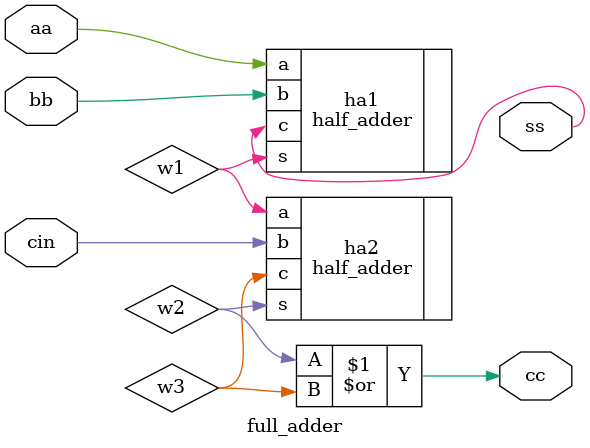
<source format=v>
module full_adder (ss,cc,aa,bb,cin);
input aa,bb,cin;
output ss,cc;

wire w1,w2,w3;

half_adder ha1 (.s(w1),.c(ss),.a(aa),.b(bb));
half_adder ha2 (.s(w2),.c(w3),.a(w1),.b(cin));
or or1 (.y(cc),.a(w2),.b(w3));

endmodule


</source>
